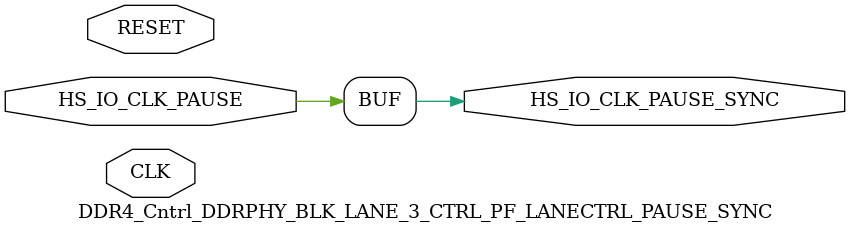
<source format=v>


module DDR4_Cntrl_DDRPHY_BLK_LANE_3_CTRL_PF_LANECTRL_PAUSE_SYNC( CLK, RESET, HS_IO_CLK_PAUSE, HS_IO_CLK_PAUSE_SYNC );
	
	input CLK, RESET, HS_IO_CLK_PAUSE;
	output HS_IO_CLK_PAUSE_SYNC;

	parameter ENABLE_PAUSE_EXTENSION = 2'b00;

	reg pause_reg_0, pause_reg_1, pause;
	wire pause_sync_0_i;

	generate 
		if( ENABLE_PAUSE_EXTENSION == 3'b000 ) begin : feed
			assign HS_IO_CLK_PAUSE_SYNC = HS_IO_CLK_PAUSE;
		end else if( ENABLE_PAUSE_EXTENSION == 3'b001 ) begin : pipe
			(* HS_IO_CLK_PAUSE_SYNC = 1, syn_keep = 1 *) SLE pause_sync_0(
				.CLK( CLK ),
				.D( HS_IO_CLK_PAUSE ),
				.Q( pause_sync_0_i ),
				.LAT( 1'b0 ),
				.EN( 1'b1 ),
				.ALn( ~RESET ),
				.ADn( 1'b1 ),
				.SLn( 1'b1 ),
				.SD( 1'b0 )
				);

			(* HS_IO_CLK_PAUSE_SYNC = 1, syn_keep = 1 *) SLE pause_sync (
				.CLK( CLK ),
				.D( pause_sync_0_i ),
				.Q( HS_IO_CLK_PAUSE_SYNC ),
				.LAT( 1'b0 ),
				.EN( 1'b1 ),
				.ALn( ~RESET ),
				.ADn( 1'b1 ),
				.SLn( 1'b1 ),
				.SD( 1'b0 )
				);
		end else if ( ENABLE_PAUSE_EXTENSION == 3'b010 ) begin : ext_pipe
			always @(posedge CLK or posedge RESET) begin : ext
				if( RESET == 1'b1 ) begin
					pause_reg_0 <= 1'b0;
					pause_reg_1 <= 1'b0;
					pause <= 1'b0;
				end else begin
					pause_reg_0 <= HS_IO_CLK_PAUSE;
					pause_reg_1 <= pause_reg_0;
					if( HS_IO_CLK_PAUSE == 1'b0 && pause_reg_0 ==1'b1 && pause_reg_1 == 1'b0 )
						pause <= 1'b1; // Extend by 1 cycle if the pulse is less than a cycle
					else
						pause <= HS_IO_CLK_PAUSE;
				end
			end

			(* HS_IO_CLK_PAUSE_SYNC = 1, syn_keep = 1 *) SLE pause_sync (
				.CLK( CLK ),
				.D( pause ),
				.Q( HS_IO_CLK_PAUSE_SYNC ),
				.LAT( 1'b0 ),
				.EN( 1'b1 ),
				.ALn( ~RESET ),
				.ADn( 1'b1 ),
				.SLn( 1'b1 ),
				.SD( 1'b0 )
				);
		end else if ( ENABLE_PAUSE_EXTENSION == 3'b011 ) begin : pipe_fall 
			(* HS_IO_CLK_PAUSE_SYNC = 1, syn_keep = 1 *) SLE pause_sync_0 (
				.CLK( CLK ),
				.D( HS_IO_CLK_PAUSE ),
				.Q( pause_sync_0_i ),
				.LAT( 1'b0 ),
				.EN( 1'b1 ),
				.ALn( ~RESET ),
				.ADn( 1'b1 ),
				.SLn( 1'b1 ),
				.SD( 1'b0 )
				);

			(* HS_IO_CLK_PAUSE_SYNC = 1, syn_keep = 1 *) SLE pause_sync (
				.CLK( ~CLK ),
				.D( pause_sync_0_i ),
				.Q( HS_IO_CLK_PAUSE_SYNC ),
				.LAT( 1'b0 ),
				.EN( 1'b1 ),
				.ALn( ~RESET ),
				.ADn( 1'b1 ),
				.SLn( 1'b1 ),
				.SD( 1'b0 )
				);
		end else if ( ENABLE_PAUSE_EXTENSION == 3'b100 ) begin : ext_pipe_fall 
			always @(posedge CLK or posedge RESET) begin : ext
				if( RESET == 1'b1 ) begin
					pause_reg_0 <= 1'b0;
					pause_reg_1 <= 1'b0;
					pause <= 1'b0;
				end else begin
					pause_reg_0 <= HS_IO_CLK_PAUSE;
					pause_reg_1 <= pause_reg_0;
					if( HS_IO_CLK_PAUSE == 1'b0 && pause_reg_0 ==1'b1 && pause_reg_1 == 1'b0 )
						pause <= 1'b1; // Extend by 1 cycle if the pulse is less than a cycle
					else
						pause <= HS_IO_CLK_PAUSE;
				end
			end

			(* HS_IO_CLK_PAUSE_SYNC = 1, syn_keep = 1 *) SLE pause_sync (
				.CLK( ~CLK ),
				.D( pause ),
				.Q( HS_IO_CLK_PAUSE_SYNC ),
				.LAT( 1'b0 ),
				.EN( 1'b1 ),
				.ALn( ~RESET ),
				.ADn( 1'b1 ),
				.SLn( 1'b1 ),
				.SD( 1'b0 )
				);
		end
	endgenerate

endmodule
</source>
